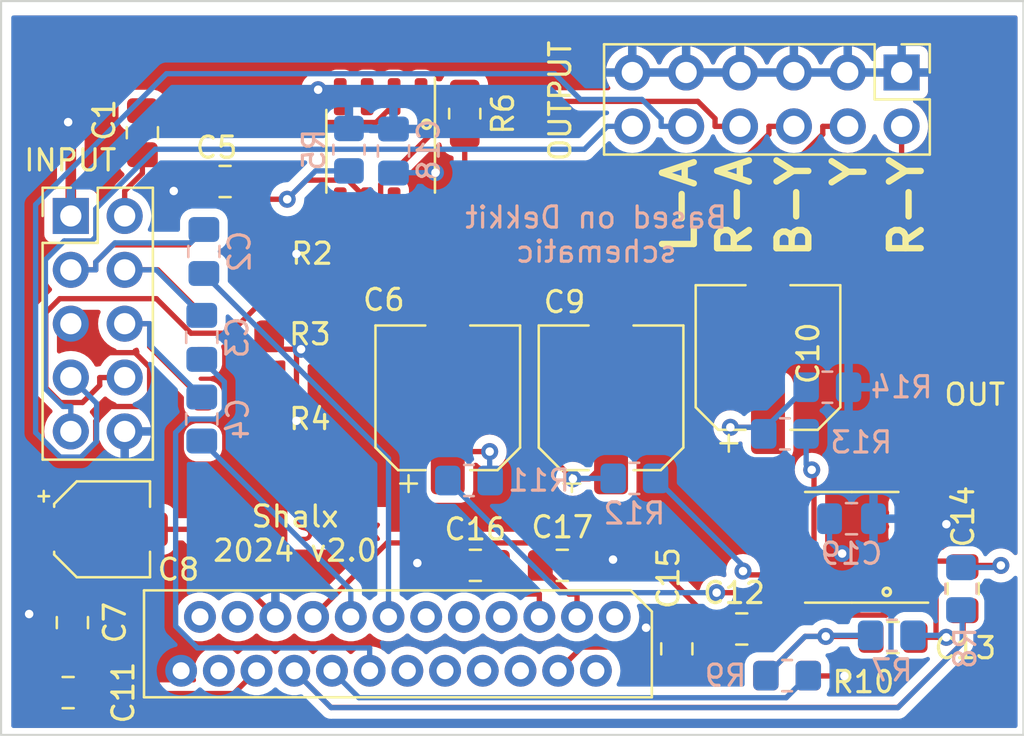
<source format=kicad_pcb>
(kicad_pcb (version 20221018) (generator pcbnew)
  (title_block (title "RGB to Component") (rev "1.0") (company "Shalx"))
  (layers (0 "F.Cu" signal) (31 "B.Cu" signal) (34 "B.Paste" user) (35 "F.Paste" user) (36 "B.SilkS" user "B.Silkscreen") (37 "F.SilkS" user "F.Silkscreen") (38 "B.Mask" user) (39 "F.Mask" user) (44 "Edge.Cuts" user))
  (net 0 "")
  (net 1 "/Sync")
  (net 2 "/R")
  (net 3 "/G")
  (net 4 "/B")
  (net 5 "GND")
  (net 6 "+5V")
  (net 7 "Net-(U1-VIDEO)")
  (net 8 "Net-(V1-R)")
  (net 9 "Net-(V1-G)")
  (net 10 "Net-(V1-B)")
  (net 11 "/Laudio")
  (net 12 "/Raudio")
  (net 13 "/Composite")
  (net 14 "/Y")
  (net 15 "/R-Y")
  (net 16 "/B-Y")
  (net 17 "Net-(U1-INT)")
  (net 18 "Net-(V1-VIDEO_IN)")
  (net 19 "Net-(D1-CH1_IN)")
  (net 20 "/B-Y Raw")
  (net 21 "/R-Y Raw")
  (net 22 "/B-Y Amp")
  (net 23 "/R-Y Amp")
  (net 24 "/Y Amp")
  (net 25 "Net-(C6-Pad1)")
  (net 26 "/Y+S")
  (net 27 "Net-(C10-Pad1)")
  (net 28 "/Y Raw")
  (net 29 "Net-(D1-CH2_IN)")
  (net 30 "Net-(D1-CH3_IN)")
  (net 31 "Net-(V1-B-Y_in)")
  (net 32 "Net-(V1-R-Y_in)")
  (net 33 "Net-(V1-Y_in)")
  (net 38 "Net-(U1-CSYNC)")
  (net 39 "Net-(V1-Y)")
  (footprint "Connector_PinHeader_2.54mm:PinHeader_2x06_P2.54mm_Vertical" (layer "F.Cu") (at 165 77.66 -90)
    (fp_text reference "J2" hide)
    (fp_text value "OUTPUT" hide)
    (pad "1" thru_hole rect (at 0 0 270) (size 1.7 1.7) (drill 1) (layers "*.Cu" "*.Mask") (net 5 "GND"))
    (pad "2" thru_hole oval (at 2.54 0 270) (size 1.7 1.7) (drill 1) (layers "*.Cu" "*.Mask") (net 15 "/R-Y"))
    (pad "3" thru_hole oval (at 0 2.54 270) (size 1.7 1.7) (drill 1) (layers "*.Cu" "*.Mask") (net 5 "GND"))
    (pad "4" thru_hole oval (at 2.54 2.54 270) (size 1.7 1.7) (drill 1) (layers "*.Cu" "*.Mask") (net 14 "/Y"))
    (pad "5" thru_hole oval (at 0 5.08 270) (size 1.7 1.7) (drill 1) (layers "*.Cu" "*.Mask") (net 5 "GND"))
    (pad "6" thru_hole oval (at 2.54 5.08 270) (size 1.7 1.7) (drill 1) (layers "*.Cu" "*.Mask") (net 16 "/B-Y"))
    (pad "7" thru_hole oval (at 0 7.62 270) (size 1.7 1.7) (drill 1) (layers "*.Cu" "*.Mask") (net 5 "GND"))
    (pad "8" thru_hole oval (at 2.54 7.62 270) (size 1.7 1.7) (drill 1) (layers "*.Cu" "*.Mask") (net 12 "/Raudio"))
    (pad "9" thru_hole oval (at 0 10.16 270) (size 1.7 1.7) (drill 1) (layers "*.Cu" "*.Mask") (net 5 "GND"))
    (pad "10" thru_hole oval (at 2.54 10.16 270) (size 1.7 1.7) (drill 1) (layers "*.Cu" "*.Mask") (net 11 "/Laudio"))
    (pad "11" thru_hole oval (at 0 12.7 270) (size 1.7 1.7) (drill 1) (layers "*.Cu" "*.Mask") (net 5 "GND"))
    (pad "12" thru_hole oval (at 2.54 12.7 270) (size 1.7 1.7) (drill 1) (layers "*.Cu" "*.Mask") (net 13 "/Composite"))
  )
  (footprint "Package_SO:SO-8_3.9x4.9mm_P1.27mm" (layer "F.Cu") (at 140.435 81.375 -90)
    (fp_text reference "U1" hide)
    (fp_text value "LM1881" hide)
    (pad "1" smd roundrect (at -2.575 -1.905 270) (size 1.75 0.6) (layers "F.Cu" "F.Paste" "F.Mask") (net 38 "Net-(U1-CSYNC)"))
    (pad "2" smd roundrect (at -2.575 -0.635 270) (size 1.75 0.6) (layers "F.Cu" "F.Paste" "F.Mask") (net 7 "Net-(U1-VIDEO)"))
    (pad "3" smd roundrect (at -2.575 0.635 270) (size 1.75 0.6) (layers "F.Cu" "F.Paste" "F.Mask"))
    (pad "4" smd roundrect (at -2.575 1.905 270) (size 1.75 0.6) (layers "F.Cu" "F.Paste" "F.Mask") (net 5 "GND"))
    (pad "5" smd roundrect (at 2.575 1.905 270) (size 1.75 0.6) (layers "F.Cu" "F.Paste" "F.Mask"))
    (pad "6" smd roundrect (at 2.575 0.635 270) (size 1.75 0.6) (layers "F.Cu" "F.Paste" "F.Mask") (net 17 "Net-(U1-INT)"))
    (pad "7" smd roundrect (at 2.575 -0.635 270) (size 1.75 0.6) (layers "F.Cu" "F.Paste" "F.Mask"))
    (pad "8" smd roundrect (at 2.575 -1.905 270) (size 1.75 0.6) (layers "F.Cu" "F.Paste" "F.Mask") (net 6 "+5V"))
  )
  (footprint "Library:EVM3ESX50B" (layer "F.Cu") (at 133.56 90.1)
    (fp_text reference "R3" hide)
    (fp_text value "100" hide)
    (fp_text user "${REFERENCE}" (at 3.54 -0.1 unlocked) (layer "F.SilkS"))
    (pad "1" smd roundrect (at -1.5 -1) (size 1 1) (layers "F.Cu" "F.Paste" "F.Mask") (net 3 "/G"))
    (pad "2" smd roundrect (at 1.62 0) (size 1.4 1.5) (layers "F.Cu" "F.Paste" "F.Mask") (net 5 "GND"))
    (pad "3" smd roundrect (at -1.5 1) (size 1 1) (layers "F.Cu" "F.Paste" "F.Mask"))
  )
  (footprint "Library:EVM3ESX50B" (layer "F.Cu") (at 133.56 94.1)
    (fp_text reference "R4" hide)
    (fp_text value "100" hide)
    (fp_text user "${REFERENCE}" (at 3.54 -0.1 unlocked) (layer "F.SilkS"))
    (pad "1" smd roundrect (at -1.5 -1) (size 1 1) (layers "F.Cu" "F.Paste" "F.Mask") (net 4 "/B"))
    (pad "2" smd roundrect (at 1.62 0) (size 1.4 1.5) (layers "F.Cu" "F.Paste" "F.Mask") (net 5 "GND"))
    (pad "3" smd roundrect (at -1.5 1) (size 1 1) (layers "F.Cu" "F.Paste" "F.Mask"))
  )
  (footprint "Capacitor_SMD:CP_Elec_4x5.4" (layer "F.Cu") (at 127.3 99.2)
    (fp_text reference "C8" (at 3.6 1.9) (layer "F.SilkS"))
    (fp_text value "10u" hide)
    (pad "1" smd roundrect (at -1.8 0) (size 2.6 1.6) (layers "F.Cu" "F.Paste" "F.Mask") (roundrect_rratio 0.15625) (net 6 "+5V"))
    (pad "2" smd roundrect (at 1.8 0) (size 2.6 1.6) (layers "F.Cu" "F.Paste" "F.Mask") (roundrect_rratio 0.15625) (net 5 "GND"))
  )
  (footprint "Resistor_SMD:R_0805_2012Metric_Pad1.20x1.40mm_HandSolder" (layer "F.Cu") (at 144.4 79.6 -90)
    (fp_text reference "R6" (at 0 -1.8 90) (layer "F.SilkS"))
    (fp_text value "330" hide)
    (pad "1" smd roundrect (at -1 0 270) (size 1.2 1.4) (layers "F.Cu" "F.Paste" "F.Mask") (roundrect_rratio 0.208333) (net 38 "Net-(U1-CSYNC)"))
    (pad "2" smd roundrect (at 1 0 270) (size 1.2 1.4) (layers "F.Cu" "F.Paste" "F.Mask") (roundrect_rratio 0.208333) (net 26 "/Y+S"))
  )
  (footprint "Resistor_SMD:R_0805_2012Metric_Pad1.20x1.40mm_HandSolder" (layer "F.Cu") (at 159.6 106.1)
    (fp_text reference "R10" (at 3.6 0.3) (layer "F.SilkS"))
    (fp_text value "1K" hide)
    (pad "1" smd roundrect (at -1 0) (size 1.2 1.4) (layers "F.Cu" "F.Paste" "F.Mask") (roundrect_rratio 0.208333) (net 28 "/Y Raw"))
    (pad "2" smd roundrect (at 1 0) (size 1.2 1.4) (layers "F.Cu" "F.Paste" "F.Mask") (roundrect_rratio 0.208333) (net 5 "GND"))
  )
  (footprint "Library:EVM3ESX50B" (layer "F.Cu") (at 133.56 86.1)
    (fp_text reference "R2" hide)
    (fp_text value "100" hide)
    (fp_text user "${REFERENCE}" (at 3.64 0.1 unlocked) (layer "F.SilkS"))
    (pad "1" smd roundrect (at -1.5 -1) (size 1 1) (layers "F.Cu" "F.Paste" "F.Mask") (net 2 "/R"))
    (pad "2" smd roundrect (at 1.62 0) (size 1.4 1.5) (layers "F.Cu" "F.Paste" "F.Mask") (net 5 "GND"))
    (pad "3" smd roundrect (at -1.5 1) (size 1 1) (layers "F.Cu" "F.Paste" "F.Mask"))
  )
  (footprint "Library:ZIP-24" (layer "F.Cu") (at 141.25 104.6 180)
    (fp_text reference "V1" hide)
    (fp_text value "BA7230LS-WinchesterSymbols" hide)
    (pad "1" thru_hole oval (at -10.2235 1.27 180) (size 1.5 1.5) (drill 0.8) (layers "*.Cu" "*.Mask"))
    (pad "2" thru_hole oval (at -9.3345 -1.27 180) (size 1.5 1.5) (drill 0.8) (layers "*.Cu" "*.Mask"))
    (pad "3" thru_hole oval (at -8.4455 1.27 180) (size 1.5 1.5) (drill 0.8) (layers "*.Cu" "*.Mask") (net 33 "Net-(V1-Y_in)"))
    (pad "4" thru_hole oval (at -7.5565 -1.27 180) (size 1.5 1.5) (drill 0.8) (layers "*.Cu" "*.Mask") (net 31 "Net-(V1-B-Y_in)"))
    (pad "5" thru_hole oval (at -6.6675 1.27 180) (size 1.5 1.5) (drill 0.8) (layers "*.Cu" "*.Mask") (net 32 "Net-(V1-R-Y_in)"))
    (pad "6" thru_hole oval (at -5.7785 -1.27 180) (size 1.5 1.5) (drill 0.8) (layers "*.Cu" "*.Mask"))
    (pad "7" thru_hole oval (at -4.8895 1.27 180) (size 1.5 1.5) (drill 0.8) (layers "*.Cu" "*.Mask"))
    (pad "8" thru_hole oval (at -4.0005 -1.27 180) (size 1.5 1.5) (drill 0.8) (layers "*.Cu" "*.Mask"))
    (pad "9" thru_hole oval (at -3.1115 1.27 180) (size 1.5 1.5) (drill 0.8) (layers "*.Cu" "*.Mask"))
    (pad "10" thru_hole oval (at -2.2225 -1.27 180) (size 1.5 1.5) (drill 0.8) (layers "*.Cu" "*.Mask"))
    (pad "11" thru_hole oval (at -1.3335 1.27 180) (size 1.5 1.5) (drill 0.8) (layers "*.Cu" "*.Mask"))
    (pad "12" thru_hole oval (at -0.4445 -1.27 180) (size 1.5 1.5) (drill 0.8) (layers "*.Cu" "*.Mask"))
    (pad "13" thru_hole oval (at 0.4445 1.27 180) (size 1.5 1.5) (drill 0.8) (layers "*.Cu" "*.Mask") (net 8 "Net-(V1-R)"))
    (pad "14" thru_hole oval (at 1.3335 -1.27 180) (size 1.5 1.5) (drill 0.8) (layers "*.Cu" "*.Mask") (net 9 "Net-(V1-G)"))
    (pad "15" thru_hole oval (at 2.2225 1.27 180) (size 1.5 1.5) (drill 0.8) (layers "*.Cu" "*.Mask") (net 10 "Net-(V1-B)"))
    (pad "16" thru_hole oval (at 3.1115 -1.27 180) (size 1.5 1.5) (drill 0.8) (layers "*.Cu" "*.Mask") (net 39 "Net-(V1-Y)"))
    (pad "17" thru_hole oval (at 4.0005 1.27 180) (size 1.5 1.5) (drill 0.8) (layers "*.Cu" "*.Mask") (net 20 "/B-Y Raw"))
    (pad "18" thru_hole oval (at 4.8895 -1.27 180) (size 1.5 1.5) (drill 0.8) (layers "*.Cu" "*.Mask") (net 21 "/R-Y Raw"))
    (pad "19" thru_hole oval (at 5.7785 1.27 180) (size 1.5 1.5) (drill 0.8) (layers "*.Cu" "*.Mask") (net 5 "GND"))
    (pad "20" thru_hole oval (at 6.6675 -1.27 180) (size 1.5 1.5) (drill 0.8) (layers "*.Cu" "*.Mask") (net 18 "Net-(V1-VIDEO_IN)"))
    (pad "21" thru_hole oval (at 7.5565 1.27 180) (size 1.5 1.5) (drill 0.8) (layers "*.Cu" "*.Mask"))
    (pad "22" thru_hole oval (at 8.4455 -1.27 180) (size 1.5 1.5) (drill 0.8) (layers "*.Cu" "*.Mask"))
    (pad "23" thru_hole oval (at 9.3345 1.27 180) (size 1.5 1.5) (drill 0.8) (layers "*.Cu" "*.Mask"))
    (pad "24" thru_hole oval (at 10.2235 -1.27 180) (size 1.5 1.5) (drill 0.8) (layers "*.Cu" "*.Mask") (net 6 "+5V"))
  )
  (footprint "Capacitor_SMD:C_0805_2012Metric_Pad1.18x1.45mm_HandSolder" (layer "F.Cu") (at 129.2 80.5 90)
    (fp_text reference "C1" (at 0.6 -1.8 90) (layer "F.SilkS"))
    (fp_text value ".1u" hide)
    (pad "1" smd roundrect (at -1.0375 0 90) (size 1.175 1.45) (layers "F.Cu" "F.Paste" "F.Mask") (roundrect_rratio 0.212766) (net 1 "/Sync"))
    (pad "2" smd roundrect (at 1.0375 0 90) (size 1.175 1.45) (layers "F.Cu" "F.Paste" "F.Mask") (roundrect_rratio 0.212766) (net 7 "Net-(U1-VIDEO)"))
  )
  (footprint "Capacitor_SMD:C_0805_2012Metric_Pad1.18x1.45mm_HandSolder" (layer "F.Cu") (at 149 100.9)
    (fp_text reference "C17" (at 0 -1.8) (layer "F.SilkS"))
    (fp_text value "1u")
    (pad "1" smd roundrect (at -1.0375 0) (size 1.175 1.45) (layers "F.Cu" "F.Paste" "F.Mask") (roundrect_rratio 0.212766) (net 33 "Net-(V1-Y_in)"))
    (pad "2" smd roundrect (at 1.0375 0) (size 1.175 1.45) (layers "F.Cu" "F.Paste" "F.Mask") (roundrect_rratio 0.212766) (net 5 "GND"))
  )
  (footprint "Capacitor_SMD:C_0805_2012Metric_Pad1.18x1.45mm_HandSolder" (layer "F.Cu") (at 125.9 103.6 90)
    (fp_text reference "C7" (at 0 2 90) (layer "F.SilkS"))
    (fp_text value ".047u" hide)
    (pad "1" smd roundrect (at -1.0375 0 90) (size 1.175 1.45) (layers "F.Cu" "F.Paste" "F.Mask") (roundrect_rratio 0.212766) (net 6 "+5V"))
    (pad "2" smd roundrect (at 1.0375 0 90) (size 1.175 1.45) (layers "F.Cu" "F.Paste" "F.Mask") (roundrect_rratio 0.212766) (net 5 "GND"))
  )
  (footprint "Capacitor_SMD:CP_Elec_6.3x5.4" (layer "F.Cu") (at 158.7 91.1 90)
    (fp_text reference "C10" (at 0.2 1.9 90) (layer "F.SilkS"))
    (fp_text value "220u")
    (pad "1" smd roundrect (at -2.8 0 90) (size 3.5 1.6) (layers "F.Cu" "F.Paste" "F.Mask") (roundrect_rratio 0.15625) (net 27 "Net-(C10-Pad1)"))
    (pad "2" smd roundrect (at 2.8 0 90) (size 3.5 1.6) (layers "F.Cu" "F.Paste" "F.Mask") (roundrect_rratio 0.15625) (net 15 "/R-Y"))
  )
  (footprint "Package_SO:TSSOP-14_4.4x5mm_P0.65mm" (layer "F.Cu") (at 162.65 100.05 180)
    (fp_text reference "D1" hide)
    (fp_text value "THS7374")
    (pad "1" smd roundrect (at -2.8625 -1.95 180) (size 1.475 0.4) (layers "F.Cu" "F.Paste" "F.Mask") (net 19 "Net-(D1-CH1_IN)"))
    (pad "2" smd roundrect (at -2.8625 -1.3 180) (size 1.475 0.4) (layers "F.Cu" "F.Paste" "F.Mask") (net 29 "Net-(D1-CH2_IN)"))
    (pad "3" smd roundrect (at -2.8625 -0.65 180) (size 1.475 0.4) (layers "F.Cu" "F.Paste" "F.Mask") (net 30 "Net-(D1-CH3_IN)"))
    (pad "4" smd roundrect (at -2.8625 0 180) (size 1.475 0.4) (layers "F.Cu" "F.Paste" "F.Mask"))
    (pad "5" smd roundrect (at -2.8625 0.65 180) (size 1.475 0.4) (layers "F.Cu" "F.Paste" "F.Mask") (net 5 "GND"))
    (pad "6" smd roundrect (at -2.8625 1.3 180) (size 1.475 0.4) (layers "F.Cu" "F.Paste" "F.Mask") (net 5 "GND"))
    (pad "7" smd roundrect (at -2.8625 1.95 180) (size 1.475 0.4) (layers "F.Cu" "F.Paste" "F.Mask"))
    (pad "8" smd roundrect (at 2.8625 1.95 180) (size 1.475 0.4) (layers "F.Cu" "F.Paste" "F.Mask"))
    (pad "9" smd roundrect (at 2.8625 1.3 180) (size 1.475 0.4) (layers "F.Cu" "F.Paste" "F.Mask") (net 6 "+5V"))
    (pad "10" smd roundrect (at 2.8625 0.65 180) (size 1.475 0.4) (layers "F.Cu" "F.Paste" "F.Mask") (net 6 "+5V"))
    (pad "11" smd roundrect (at 2.8625 0 180) (size 1.475 0.4) (layers "F.Cu" "F.Paste" "F.Mask"))
    (pad "12" smd roundrect (at 2.8625 -0.65 180) (size 1.475 0.4) (layers "F.Cu" "F.Paste" "F.Mask") (net 23 "/R-Y Amp"))
    (pad "13" smd roundrect (at 2.8625 -1.3 180) (size 1.475 0.4) (layers "F.Cu" "F.Paste" "F.Mask") (net 24 "/Y Amp"))
    (pad "14" smd roundrect (at 2.8625 -1.95 180) (size 1.475 0.4) (layers "F.Cu" "F.Paste" "F.Mask") (net 22 "/B-Y Amp"))
  )
  (footprint "Capacitor_SMD:C_0805_2012Metric_Pad1.18x1.45mm_HandSolder" (layer "F.Cu") (at 157.4625 103.9)
    (fp_text reference "C12" (at -0.3625 -1.7) (layer "F.SilkS"))
    (fp_text value "1u" hide)
    (pad "1" smd roundrect (at -1.0375 0) (size 1.175 1.45) (layers "F.Cu" "F.Paste" "F.Mask") (roundrect_rratio 0.212766) (net 20 "/B-Y Raw"))
    (pad "2" smd roundrect (at 1.0375 0) (size 1.175 1.45) (layers "F.Cu" "F.Paste" "F.Mask") (roundrect_rratio 0.212766) (net 19 "Net-(D1-CH1_IN)"))
  )
  (footprint "Capacitor_SMD:C_0805_2012Metric_Pad1.18x1.45mm_HandSolder" (layer "F.Cu") (at 154.4 104.8375 90)
    (fp_text reference "C15" (at 3.3375 -0.4 270) (layer "F.SilkS"))
    (fp_text value "1u" hide)
    (pad "1" smd roundrect (at -1.0375 0 90) (size 1.175 1.45) (layers "F.Cu" "F.Paste" "F.Mask") (roundrect_rratio 0.212766) (net 31 "Net-(V1-B-Y_in)"))
    (pad "2" smd roundrect (at 1.0375 0 90) (size 1.175 1.45) (layers "F.Cu" "F.Paste" "F.Mask") (roundrect_rratio 0.212766) (net 5 "GND"))
  )
  (footprint "Capacitor_SMD:C_0805_2012Metric_Pad1.18x1.45mm_HandSolder" (layer "F.Cu") (at 133.1 82.8 180)
    (fp_text reference "C5" (at 0.4 1.6) (layer "F.SilkS"))
    (fp_text value ".1u" hide)
    (pad "1" smd roundrect (at -1.0375 0 180) (size 1.175 1.45) (layers "F.Cu" "F.Paste" "F.Mask") (roundrect_rratio 0.212766) (net 17 "Net-(U1-INT)"))
    (pad "2" smd roundrect (at 1.0375 0 180) (size 1.175 1.45) (layers "F.Cu" "F.Paste" "F.Mask") (roundrect_rratio 0.212766) (net 5 "GND"))
  )
  (footprint "Connector_PinHeader_2.54mm:PinHeader_2x05_P2.54mm_Vertical" (layer "F.Cu") (at 125.825 84.425)
    (fp_text reference "J1" hide)
    (fp_text value "INPUT" (at -0.025 -2.625 180) (layer "F.SilkS"))
    (pad "1" thru_hole rect (at 0 0) (size 1.7 1.7) (drill 1) (layers "*.Cu" "*.Mask") (net 5 "GND"))
    (pad "2" thru_hole oval (at 2.54 0) (size 1.7 1.7) (drill 1) (layers "*.Cu" "*.Mask") (net 1 "/Sync"))
    (pad "3" thru_hole oval (at 0 2.54) (size 1.7 1.7) (drill 1) (layers "*.Cu" "*.Mask") (net 2 "/R"))
    (pad "4" thru_hole oval (at 2.54 2.54) (size 1.7 1.7) (drill 1) (layers "*.Cu" "*.Mask") (net 3 "/G"))
    (pad "5" thru_hole oval (at 0 5.08) (size 1.7 1.7) (drill 1) (layers "*.Cu" "*.Mask") (net 6 "+5V"))
    (pad "6" thru_hole oval (at 2.54 5.08) (size 1.7 1.7) (drill 1) (layers "*.Cu" "*.Mask") (net 4 "/B"))
    (pad "7" thru_hole oval (at 0 7.62) (size 1.7 1.7) (drill 1) (layers "*.Cu" "*.Mask") (net 11 "/Laudio"))
    (pad "8" thru_hole oval (at 2.54 7.62) (size 1.7 1.7) (drill 1) (layers "*.Cu" "*.Mask") (net 12 "/Raudio"))
    (pad "9" thru_hole oval (at 0 10.16) (size 1.7 1.7) (drill 1) (layers "*.Cu" "*.Mask") (net 13 "/Composite"))
    (pad "10" thru_hole oval (at 2.54 10.16) (size 1.7 1.7) (drill 1) (layers "*.Cu" "*.Mask") (net 5 "GND"))
  )
  (footprint "Capacitor_SMD:CP_Elec_6.3x5.4" (layer "F.Cu") (at 151.3 93 90)
    (fp_text reference "C9" (at 4.5165 -2.195 180) (layer "F.SilkS"))
    (fp_text value "220u" hide)
    (pad "1" smd roundrect (at -2.8 0 90) (size 3.5 1.6) (layers "F.Cu" "F.Paste" "F.Mask") (roundrect_rratio 0.15625) (net 26 "/Y+S"))
    (pad "2" smd roundrect (at 2.8 0 90) (size 3.5 1.6) (layers "F.Cu" "F.Paste" "F.Mask") (roundrect_rratio 0.15625) (net 14 "/Y"))
  )
  (footprint "Capacitor_SMD:CP_Elec_6.3x5.4" (layer "F.Cu") (at 143.6 93 90)
    (fp_text reference "C6" (at 4.6165 -3.015 180) (layer "F.SilkS"))
    (fp_text value "220u" hide)
    (pad "1" smd roundrect (at -2.8 0 90) (size 3.5 1.6) (layers "F.Cu" "F.Paste" "F.Mask") (roundrect_rratio 0.15625) (net 25 "Net-(C6-Pad1)"))
    (pad "2" smd roundrect (at 2.8 0 90) (size 3.5 1.6) (layers "F.Cu" "F.Paste" "F.Mask") (roundrect_rratio 0.15625) (net 16 "/B-Y"))
  )
  (footprint "Capacitor_SMD:C_0805_2012Metric_Pad1.18x1.45mm_HandSolder" (layer "F.Cu") (at 167.9 102 90)
    (fp_text reference "C14" (at 3.4 0 90) (layer "F.SilkS"))
    (fp_text value "1u" hide)
    (pad "1" smd roundrect (at -1.0375 0 90) (size 1.175 1.45) (layers "F.Cu" "F.Paste" "F.Mask") (roundrect_rratio 0.212766) (net 21 "/R-Y Raw"))
    (pad "2" smd roundrect (at 1.0375 0 90) (size 1.175 1.45) (layers "F.Cu" "F.Paste" "F.Mask") (roundrect_rratio 0.212766) (net 30 "Net-(D1-CH3_IN)"))
  )
  (footprint "Capacitor_SMD:C_0805_2012Metric_Pad1.18x1.45mm_HandSolder" (layer "F.Cu") (at 164.6 104.3)
    (fp_text reference "C13" (at 3.4 0.5) (layer "F.SilkS"))
    (fp_text value "1u" hide)
    (pad "1" smd roundrect (at -1.0375 0) (size 1.175 1.45) (layers "F.Cu" "F.Paste" "F.Mask") (roundrect_rratio 0.212766) (net 28 "/Y Raw"))
    (pad "2" smd roundrect (at 1.0375 0) (size 1.175 1.45) (layers "F.Cu" "F.Paste" "F.Mask") (roundrect_rratio 0.212766) (net 29 "Net-(D1-CH2_IN)"))
  )
  (footprint "Capacitor_SMD:C_0805_2012Metric_Pad1.18x1.45mm_HandSolder" (layer "F.Cu") (at 125.7 106.9 180)
    (fp_text reference "C11" (at -2.6 0 90) (layer "F.SilkS"))
    (fp_text value "1u" hide)
    (pad "1" smd roundrect (at -1.0375 0 180) (size 1.175 1.45) (layers "F.Cu" "F.Paste" "F.Mask") (roundrect_rratio 0.212766) (net 18 "Net-(V1-VIDEO_IN)"))
    (pad "2" smd roundrect (at 1.0375 0 180) (size 1.175 1.45) (layers "F.Cu" "F.Paste" "F.Mask") (roundrect_rratio 0.212766) (net 5 "GND"))
  )
  (footprint "Capacitor_SMD:C_0805_2012Metric_Pad1.18x1.45mm_HandSolder" (layer "F.Cu") (at 144.9 100.9 180)
    (fp_text reference "C16" (at 0 1.7) (layer "F.SilkS"))
    (fp_text value "1u" hide)
    (pad "1" smd roundrect (at -1.0375 0 180) (size 1.175 1.45) (layers "F.Cu" "F.Paste" "F.Mask") (roundrect_rratio 0.212766) (net 32 "Net-(V1-R-Y_in)"))
    (pad "2" smd roundrect (at 1.0375 0 180) (size 1.175 1.45) (layers "F.Cu" "F.Paste" "F.Mask") (roundrect_rratio 0.212766) (net 5 "GND"))
  )
  (footprint "Capacitor_SMD:C_0805_2012Metric_Pad1.18x1.45mm_HandSolder" (layer "B.Cu") (at 141.04 81.3625 -90)
    (fp_text reference "C18" (at -0.062502 -1.66 90) (layer "B.SilkS") (effects (justify mirror)))
    (fp_text value ".1u" hide)
    (pad "1" smd roundrect (at -1.0375 0 270) (size 1.175 1.45) (layers "B.Cu" "B.Paste" "B.Mask") (roundrect_rratio 0.212766) (net 5 "GND"))
    (pad "2" smd roundrect (at 1.0375 0 270) (size 1.175 1.45) (layers "B.Cu" "B.Paste" "B.Mask") (roundrect_rratio 0.212766) (net 6 "+5V"))
  )
  (footprint "Resistor_SMD:R_0805_2012Metric_Pad1.20x1.40mm_HandSolder" (layer "B.Cu") (at 159.5 94.7 180)
    (fp_text reference "R13" (at -3.6 -0.4) (layer "B.SilkS") (effects (justify mirror)))
    (fp_text value "75" hide)
    (pad "1" smd roundrect (at -1 0 180) (size 1.2 1.4) (layers "B.Cu" "B.Paste" "B.Mask") (roundrect_rratio 0.208333) (net 23 "/R-Y Amp"))
    (pad "2" smd roundrect (at 1 0 180) (size 1.2 1.4) (layers "B.Cu" "B.Paste" "B.Mask") (roundrect_rratio 0.208333) (net 27 "Net-(C10-Pad1)"))
  )
  (footprint "Resistor_SMD:R_0805_2012Metric_Pad1.20x1.40mm_HandSolder" (layer "B.Cu") (at 164.5375 104.2)
    (fp_text reference "R7" (at 0 1.65) (layer "B.SilkS") (effects (justify mirror)))
    (fp_text value "2M2" hide)
    (pad "1" smd roundrect (at -1 0) (size 1.2 1.4) (layers "B.Cu" "B.Paste" "B.Mask") (roundrect_rratio 0.208333) (net 28 "/Y Raw"))
    (pad "2" smd roundrect (at 1 0) (size 1.2 1.4) (layers "B.Cu" "B.Paste" "B.Mask") (roundrect_rratio 0.208333) (net 29 "Net-(D1-CH2_IN)"))
  )
  (footprint "Capacitor_SMD:C_0805_2012Metric_Pad1.18x1.45mm_HandSolder" (layer "B.Cu") (at 132 90.15 90)
    (fp_text reference "C3" (at 0 1.68 90) (layer "B.SilkS") (effects (justify mirror)))
    (fp_text value ".1u" hide)
    (pad "1" smd roundrect (at -1.0375 0 90) (size 1.175 1.45) (layers "B.Cu" "B.Paste" "B.Mask") (roundrect_rratio 0.212766) (net 9 "Net-(V1-G)"))
    (pad "2" smd roundrect (at 1.0375 0 90) (size 1.175 1.45) (layers "B.Cu" "B.Paste" "B.Mask") (roundrect_rratio 0.212766) (net 3 "/G"))
  )
  (footprint "Capacitor_SMD:C_0805_2012Metric_Pad1.18x1.45mm_HandSolder" (layer "B.Cu") (at 162.6375 98.7 180)
    (fp_text reference "C19" (at 0 -1.65) (layer "B.SilkS") (effects (justify mirror)))
    (fp_text value ".1u")
    (pad "1" smd roundrect (at -1.0375 0 180) (size 1.175 1.45) (layers "B.Cu" "B.Paste" "B.Mask") (roundrect_rratio 0.212766) (net 5 "GND"))
    (pad "2" smd roundrect (at 1.0375 0 180) (size 1.175 1.45) (layers "B.Cu" "B.Paste" "B.Mask") (roundrect_rratio 0.212766) (net 6 "+5V"))
  )
  (footprint "Resistor_SMD:R_0805_2012Metric_Pad1.20x1.40mm_HandSolder" (layer "B.Cu") (at 159.6 106.1 180)
    (fp_text reference "R9" (at 2.9 0) (layer "B.SilkS") (effects (justify mirror)))
    (fp_text value "1K" hide)
    (pad "1" smd roundrect (at -1 0 180) (size 1.2 1.4) (layers "B.Cu" "B.Paste" "B.Mask") (roundrect_rratio 0.208333) (net 39 "Net-(V1-Y)"))
    (pad "2" smd roundrect (at 1 0 180) (size 1.2 1.4) (layers "B.Cu" "B.Paste" "B.Mask") (roundrect_rratio 0.208333) (net 28 "/Y Raw"))
  )
  (footprint "Capacitor_SMD:C_0805_2012Metric_Pad1.18x1.45mm_HandSolder" (layer "B.Cu") (at 132 94 90)
    (fp_text reference "C4" (at 0 1.7 90) (layer "B.SilkS") (effects (justify mirror)))
    (fp_text value ".1u" hide)
    (pad "1" smd roundrect (at -1.0375 0 90) (size 1.175 1.45) (layers "B.Cu" "B.Paste" "B.Mask") (roundrect_rratio 0.212766) (net 10 "Net-(V1-B)"))
    (pad "2" smd roundrect (at 1.0375 0 90) (size 1.175 1.45) (layers "B.Cu" "B.Paste" "B.Mask") (roundrect_rratio 0.212766) (net 4 "/B"))
  )
  (footprint "Resistor_SMD:R_0805_2012Metric_Pad1.20x1.40mm_HandSolder" (layer "B.Cu") (at 144.6 96.9)
    (fp_text reference "R11" (at 3.3 0) (layer "B.SilkS") (effects (justify mirror)))
    (fp_text value "75" hide)
    (pad "1" smd roundrect (at -1 0) (size 1.2 1.4) (layers "B.Cu" "B.Paste" "B.Mask") (roundrect_rratio 0.208333) (net 22 "/B-Y Amp"))
    (pad "2" smd roundrect (at 1 0) (size 1.2 1.4) (layers "B.Cu" "B.Paste" "B.Mask") (roundrect_rratio 0.208333) (net 25 "Net-(C6-Pad1)"))
  )
  (footprint "Resistor_SMD:R_0805_2012Metric_Pad1.20x1.40mm_HandSolder" (layer "B.Cu") (at 152.4 96.8)
    (fp_text reference "R12" (at 0 1.65) (layer "B.SilkS") (effects (justify mirror)))
    (fp_text value "75")
    (pad "1" smd roundrect (at -1 0) (size 1.2 1.4) (layers "B.Cu" "B.Paste" "B.Mask") (roundrect_rratio 0.208333) (net 26 "/Y+S"))
    (pad "2" smd roundrect (at 1 0) (size 1.2 1.4) (layers "B.Cu" "B.Paste" "B.Mask") (roundrect_rratio 0.208333) (net 24 "/Y Amp"))
  )
  (footprint "Resistor_SMD:R_0805_2012Metric_Pad1.20x1.40mm_HandSolder" (layer "B.Cu") (at 138.94 81.3 -90)
    (fp_text reference "R5" (at 0 1.65 90) (layer "B.SilkS") (effects (justify mirror)))
    (fp_text value "680K" hide)
    (pad "1" smd roundrect (at -1 0 270) (size 1.2 1.4) (layers "B.Cu" "B.Paste" "B.Mask") (roundrect_rratio 0.208333) (net 5 "GND"))
    (pad "2" smd roundrect (at 1 0 270) (size 1.2 1.4) (layers "B.Cu" "B.Paste" "B.Mask") (roundrect_rratio 0.208333) (net 17 "Net-(U1-INT)"))
  )
  (footprint "Capacitor_SMD:C_0805_2012Metric_Pad1.18x1.45mm_HandSolder" (layer "B.Cu") (at 132.1 86.1 90)
    (fp_text reference "C2" (at 0 1.68 90) (layer "B.SilkS") (effects (justify mirror)))
    (fp_text value ".1u" hide)
    (pad "1" smd roundrect (at -1.0375 0 90) (size 1.175 1.45) (layers "B.Cu" "B.Paste" "B.Mask") (roundrect_rratio 0.212766) (net 8 "Net-(V1-R)"))
    (pad "2" smd roundrect (at 1.0375 0 90) (size 1.175 1.45) (layers "B.Cu" "B.Paste" "B.Mask") (roundrect_rratio 0.212766) (net 2 "/R"))
  )
  (footprint "Resistor_SMD:R_0805_2012Metric_Pad1.20x1.40mm_HandSolder" (layer "B.Cu") (at 161.5 92.5 180)
    (fp_text reference "R14" (at -3.5 0) (layer "B.SilkS") (effects (justify mirror)))
    (fp_text value "140" hide)
    (pad "1" smd roundrect (at -1 0 180) (size 1.2 1.4) (layers "B.Cu" "B.Paste" "B.Mask") (roundrect_rratio 0.208333) (net 5 "GND"))
    (pad "2" smd roundrect (at 1 0 180) (size 1.2 1.4) (layers "B.Cu" "B.Paste" "B.Mask") (roundrect_rratio 0.208333) (net 27 "Net-(C10-Pad1)"))
  )
  (footprint "Resistor_SMD:R_0805_2012Metric_Pad1.20x1.40mm_HandSolder" (layer "B.Cu") (at 167.8 102 90)
    (fp_text reference "R8" (at -2.8 0.2 90) (layer "B.SilkS") (effects (justify mirror)))
    (fp_text value "2M2" hide)
    (pad "1" smd roundrect (at -1 0 90) (size 1.2 1.4) (layers "B.Cu" "B.Paste" "B.Mask") (roundrect_rratio 0.208333) (net 21 "/R-Y Raw"))
    (pad "2" smd roundrect (at 1 0 90) (size 1.2 1.4) (layers "B.Cu" "B.Paste" "B.Mask") (roundrect_rratio 0.208333) (net 30 "Net-(D1-CH3_IN)"))
  )
  (gr_circle (center 164.3 102.15) (end 164.427 102.023) (stroke (width 0.15)) (fill none) (layer "F.SilkS"))
  (gr_circle (center 142.6 80.100002) (end 142.727 80.254502) (stroke (width 0.15)) (fill none) (layer "F.SilkS"))
  (gr_rect (start 122.536 74.2915) (end 170.745 108.8965) (stroke (width 0.1)) (fill none) (layer "Edge.Cuts"))
  (gr_text "Shalx" (at 138.4 99.2) (layer "F.Cu") (effects (font (size 1 1) (thickness 0.2))))
  (gr_text "Based on Dekkit\nschematic" (at 150.6 85.3) (layer "B.SilkS") (effects (font (size 1 1)) (justify mirror)))
  (gr_text "B-Y" (at 160.8 86.5 90) (layer "F.SilkS") (effects (font (size 1.5 1.5) (thickness 0.3) bold) (justify left bottom)))
  (gr_text "L-A" (at 155.4 86.3 90) (layer "F.SilkS") (effects (font (size 1.5 1.5) (thickness 0.3) bold) (justify left bottom)))
  (gr_text "OUTPUT" (at 148.9 79 90) (layer "F.SilkS") (effects (font (size 1 1))))
  (gr_text "Y" (at 163.4 81.5 90) (layer "F.SilkS") (effects (font (size 1.5 1.5) (thickness 0.3) bold) (justify right bottom)))
  (gr_text "R-A" (at 158 86.5 90) (layer "F.SilkS") (effects (font (size 1.5 1.5) (thickness 0.3) bold) (justify left bottom)))
  (gr_text "OUT" (at 168.45 92.85) (layer "F.SilkS") (effects (font (size 1 1))))
  (gr_text "R-Y" (at 166.1 86.5 90) (layer "F.SilkS") (effects (font (size 1.5 1.5) (thickness 0.3) bold) (justify left bottom)))
  (gr_text "Shalx\n2024 v2.0" (at 136.4 99.4) (layer "F.SilkS") (effects (font (size 1 1))))
  (segment (start 128.365 83.2481) (end 129.2 82.4131) (width 0.25) (layer "F.Cu") (net 1))
  (segment (start 128.365 84.425) (end 128.365 83.2481) (width 0.25) (layer "F.Cu") (net 1))
  (segment (start 129.2 82.4131) (end 129.2 81.5375) (width 0.25) (layer "F.Cu") (net 1))
  (segment (start 125.825 86.965) (end 127.0019 86.965) (width 0.25) (layer "F.Cu") (net 2))
  (segment (start 127.0019 86.5971) (end 127.8109 85.7881) (width 0.25) (layer "F.Cu") (net 2))
  (segment (start 127.8109 85.7881) (end 131.3719 85.7881) (width 0.25) (layer "F.Cu") (net 2))
  (segment (start 127.0019 86.965) (end 127.0019 86.5971) (width 0.25) (layer "F.Cu") (net 2))
  (segment (start 131.3719 85.7881) (end 132.06 85.1) (width 0.25) (layer "F.Cu") (net 2))
  (segment (start 132.1 85.0625) (end 131.4675 85.695) (width 0.25) (layer "B.Cu") (net 2))
  (segment (start 131.4675 85.695) (end 127.9061 85.695) (width 0.25) (layer "B.Cu") (net 2))
  (segment (start 127.9061 85.695) (end 127.0019 86.5992) (width 0.25) (layer "B.Cu") (net 2))
  (segment (start 125.825 86.965) (end 127.0019 86.965) (width 0.25) (layer "B.Cu") (net 2))
  (segment (start 127.0019 86.5992) (end 127.0019 86.965) (width 0.25) (layer "B.Cu") (net 2))
  (segment (start 129.925 86.965) (end 132.06 89.1) (width 0.25) (layer "F.Cu") (net 3))
  (segment (start 128.365 86.965) (end 129.925 86.965) (width 0.25) (layer "F.Cu") (net 3))
  (segment (start 132 89.1125) (end 129.8525 86.965) (width 0.25) (layer "B.Cu") (net 3))
  (segment (start 129.8525 86.965) (end 128.365 86.965) (width 0.25) (layer "B.Cu") (net 3))
  (segment (start 128.365 89.505) (end 129.5419 89.505) (width 0.25) (layer "F.Cu") (net 4))
  (segment (start 129.5419 90.5819) (end 129.5419 89.505) (width 0.25) (layer "F.Cu") (net 4))
  (segment (start 132.06 93.1) (end 129.5419 90.5819) (width 0.25) (layer "F.Cu") (net 4))
  (segment (start 132 92.9625) (end 129.5419 90.5044) (width 0.25) (layer "B.Cu") (net 4))
  (segment (start 129.5419 90.5044) (end 129.5419 89.505) (width 0.25) (layer "B.Cu") (net 4))
  (segment (start 128.365 89.505) (end 129.5419 89.505) (width 0.25) (layer "B.Cu") (net 4))
  (segment (start 136.4663 94.083) (end 136.4663 90.9259) (width 0.25) (layer "F.Cu") (net 5))
  (segment (start 143.7539 100.7914) (end 143.8625 100.9) (width 0.25) (layer "F.Cu") (net 5))
  (segment (start 125.9 102.5625) (end 125.8998 102.5623) (width 0.25) (layer "F.Cu") (net 5))
  (segment (start 167.1103 98.959) (end 165.5125 98.959) (width 0.25) (layer "F.Cu") (net 5))
  (segment (start 124.0572 103.1952) (end 124.662 103.8) (width 0.25) (layer "F.Cu") (net 5))
  (segment (start 125.825 84.425) (end 125.825 80.125) (width 0.5) (layer "F.Cu") (net 5))
  (segment (start 128.365 98.465) (end 129.1 99.2) (width 0.25) (layer "F.Cu") (net 5))
  (segment (start 137.4881 78.4714) (end 138.2014 78.4714) (width 0.25) (layer "F.Cu") (net 5))
  (segment (start 129.1 99.2) (end 131.342 99.2) (width 0.25) (layer "F.Cu") (net 5))
  (segment (start 131.342 99.2) (end 135.472 103.33) (width 0.25) (layer "F.Cu") (net 5))
  (segment (start 135.5097 90.7097) (end 134.9 90.1) (width 0.25) (layer "F.Cu") (net 5))
  (segment (start 131.6149 83.2476) (end 132.0625 82.8) (width 0.25) (layer "F.Cu") (net 5))
  (segment (start 136.6825 90.7097) (end 135.5097 90.7097) (width 0.25) (layer "F.Cu") (net 5))
  (segment (start 124.662 106.113) (end 124.662 103.8) (width 0.25) (layer "F.Cu") (net 5))
  (segment (start 128.365 94.585) (end 128.365 98.465) (width 0.25) (layer "F.Cu") (net 5))
  (segment (start 150.3096 100.6279) (end 150.0375 100.9) (width 0.25) (layer "F.Cu") (net 5))
  (segment (start 138.2014 78.4714) (end 138.53 78.8) (width 0.25) (layer "F.Cu") (net 5))
  (segment (start 124.662 103.8) (end 125.8998 102.5622) (width 0.25) (layer "F.Cu") (net 5))
  (segment (start 125.8998 102.5622) (end 125.9 102.562) (width 0.25) (layer "F.Cu") (net 5))
  (segment (start 135.0142 86.2142) (end 136.4663 86.2142) (width 0.25) (layer "F.Cu") (net 5))
  (segment (start 136.4663 90.9259) (end 136.6825 90.7097) (width 0.25) (layer "F.Cu") (net 5))
  (segment (start 152.9502 103.8409) (end 154.3591 103.8409) (width 0.25) (layer "F.Cu") (net 5))
  (segment (start 160.6152 106.1152) (end 160.6 106.1) (width 0.25) (layer "F.Cu") (net 5))
  (segment (start 123.86 103.1952) (end 124.0572 103.1952) (width 0.25) (layer "F.Cu") (net 5))
  (segment (start 165.5125 99.4) (end 165.5125 98.959) (width 0.25) (layer "F.Cu") (net 5))
  (segment (start 124.6625 106.1135) (end 124.6625 106.9) (width 0.25) (layer "F.Cu") (net 5))
  (segment (start 130.6788 83.2476) (end 131.6149 83.2476) (width 0.25) (layer "F.Cu") (net 5))
  (segment (start 125.825 80.125) (end 125.7 80) (width 0.25) (layer "F.Cu") (net 5))
  (segment (start 154.3591 103.8409) (end 154.4 103.8) (width 0.25) (layer "F.Cu") (net 5))
  (segment (start 136.4663 94.083) (end 134.917 94.083) (width 0.25) (layer "F.Cu") (net 5))
  (segment (start 134.9 86.1) (end 135.0142 86.2142) (width 0.25) (layer "F.Cu") (net 5))
  (segment (start 124.662 106.113) (end 124.6625 106.1135) (width 0.25) (layer "F.Cu") (net 5))
  (segment (start 142.1645 100.7914) (end 143.7539 100.7914) (width 0.25) (layer "F.Cu") (net 5))
  (segment (start 125.8998 102.5623) (end 125.8998 102.5622) (width 0.25) (layer "F.Cu") (net 5))
  (segment (start 165.5125 98.959) (end 165.5125 98.75) (width 0.25) (layer "F.Cu") (net 5))
  (segment (start 124.662 106.9) (end 124.662 106.113) (width 0.25) (layer "F.Cu") (net 5))
  (segment (start 151.3924 100.6279) (end 150.3096 100.6279) (width 0.25) (layer "F.Cu") (net 5))
  (segment (start 134.917 94.083) (end 134.9 94.1) (width 0.25) (layer "F.Cu") (net 5))
  (segment (start 162.2994 106.1152) (end 160.6152 106.1152) (width 0.25) (layer "F.Cu") (net 5))
  (via (at 123.86 103.1952) (size 0.8) (drill 0.4) (layers "F.Cu" "B.Cu") (net 5))
  (via (at 167.1103 98.959) (size 0.8) (drill 0.4) (layers "F.Cu" "B.Cu") (net 5))
  (via (at 142.1645 100.7914) (size 0.8) (drill 0.4) (layers "F.Cu" "B.Cu") (net 5))
  (via (at 136.6825 90.7097) (size 0.8) (drill 0.4) (layers "F.Cu" "B.Cu") (net 5))
  (via (at 125.7 80) (size 0.8) (drill 0.4) (layers "F.Cu" "B.Cu") (net 5))
  (via (at 136.4663 86.2142) (size 0.8) (drill 0.4) (layers "F.Cu" "B.Cu") (net 5))
  (via (at 152.9502 103.8409) (size 0.8) (drill 0.4) (layers "F.Cu" "B.Cu") (net 5))
  (via (at 136.4663 94.083) (size 0.8) (drill 0.4) (layers "F.Cu" "B.Cu") (net 5))
  (via (at 130.6788 83.2476) (size 0.8) (drill 0.4) (layers "F.Cu" "B.Cu") (net 5))
  (via (at 162.2994 106.1152) (size 0.8) (drill 0.4) (layers "F.Cu" "B.Cu") (net 5))
  (via (at 137.4881 78.4714) (size 0.8) (drill 0.4) (layers "F.Cu" "B.Cu") (net 5))
  (via (at 151.3924 100.6279) (size 0.8) (drill 0.4) (layers "F.Cu" "B.Cu") (net 5))
  (segment (start 164.5 105.2) (end 164.5 103) (width 0.25) (layer "B.Cu") (net 5))
  (segment (start 164.5 103) (end 164.6 102.9) (width 0.25) (layer "B.Cu") (net 5))
  (segment (start 128.852 90.87) (end 129.54 91.5583) (width 0.25) (layer "F.Cu") (net 6))
  (segment (start 129.54 93.16) (end 129.29 93.41) (width 0.25) (layer "F.Cu") (net 6))
  (segment (start 125.825 89.505) (end 127.19 90.87) (width 0.25) (layer "F.Cu") (net 6))
  (segment (start 125.9 104.638) (end 129.794 104.638) (width 0.25) (layer "F.Cu") (net 6))
  (segment (start 129.29 93.41) (end 127.69 93.41) (width 0.25) (layer "F.Cu") (net 6))
  (segment (start 131.026 105.87) (end 131.026 104.726) (width 0.25) (layer "F.Cu") (net 6))
  (segment (start 127 97.7) (end 125.5 99.2) (width 0.25) (layer "F.Cu") (net 6))
  (segment (start 131.026 104.726) (end 125.5 99.2) (width 0.25) (layer "F.Cu") (net 6))
  (segment (start 127.69 93.41) (end 127 94.1) (width 0.25) (layer "F.Cu") (net 6))
  (segment (start 129.794 104.638) (end 131.026 105.87) (width 0.25) (layer "F.Cu") (net 6))
  (segment (start 129.54 91.5583) (end 129.54 93.16) (width 0.25) (layer "F.Cu") (net 6))
  (segment (start 127.19 90.87) (end 128.852 90.87) (width 0.25) (layer "F.Cu") (net 6))
  (segment (start 127 94.1) (end 127 97.7) (width 0.25) (layer "F.Cu") (net 6))
  (via (at 162.1962 100.3438) (size 0.8) (drill 0.4) (layers "F.Cu" "B.Cu") (net 6))
  (via (at 143.0205 82.3834) (size 0.8) (drill 0.4) (layers "F.Cu" "B.Cu") (net 6))
  (segment (start 141.0566 82.3834) (end 141.04 82.4) (width 0.25) (layer "B.Cu") (net 6))
  (segment (start 162.1962 100.3438) (end 161.6 99.7476) (width 0.25) (layer "B.Cu") (net 6))
  (segment (start 161.6 99.7476) (end 161.6 98.7) (width 0.25) (layer "B.Cu") (net 6))
  (segment (start 143.0205 82.3834) (end 141.0566 82.3834) (width 0.25) (layer "B.Cu") (net 6))
  (segment (start 140.2147 80.0175) (end 141.07 79.1622) (width 0.25) (layer "F.Cu") (net 7))
  (segment (start 129.2 79.4625) (end 129.755 80.0175) (width 0.25) (layer "F.Cu") (net 7))
  (segment (start 129.755 80.0175) (end 140.2147 80.0175) (width 0.25) (layer "F.Cu") (net 7))
  (segment (start 141.07 79.1622) (end 141.07 78.8) (width 0.25) (layer "F.Cu") (net 7))
  (segment (start 140.8055 95.8606) (end 140.8055 103.33) (width 0.25) (layer "B.Cu") (net 8))
  (segment (start 132.1 87.1375) (end 132.1 87.1551) (width 0.25) (layer "B.Cu") (net 8))
  (segment (start 132.1 87.1551) (end 140.8055 95.8606) (width 0.25) (layer "B.Cu") (net 8))
  (segment (start 130.7675 103.7681) (end 130.7675 94.6363) (width 0.25) (layer "B.Cu") (net 9))
  (segment (start 131.7925 104.7931) (end 130.7675 103.7681) (width 0.25) (layer "B.Cu") (net 9))
  (segment (start 139.9165 104.7931) (end 131.7925 104.7931) (width 0.25) (layer "B.Cu") (net 9))
  (segment (start 132.661 94) (end 133.0644 93.5966) (width 0.25) (layer "B.Cu") (net 9))
  (segment (start 131.4038 94) (end 132.661 94) (width 0.25) (layer "B.Cu") (net 9))
  (segment (start 133.0644 92.2519) (end 132 91.1875) (width 0.25) (layer "B.Cu") (net 9))
  (segment (start 130.7675 94.6363) (end 131.4038 94) (width 0.25) (layer "B.Cu") (net 9))
  (segment (start 133.0644 93.5966) (end 133.0644 92.2519) (width 0.25) (layer "B.Cu") (net 9))
  (segment (start 139.9165 105.87) (end 139.9165 104.7931) (width 0.25) (layer "B.Cu") (net 9))
  (segment (start 139.0275 102.065) (end 132 95.0375) (width 0.25) (layer "B.Cu") (net 10))
  (segment (start 139.0275 103.33) (end 139.0275 102.065) (width 0.25) (layer "B.Cu") (net 10))
  (segment (start 127.0401 93.2601) (end 127.0401 95.0605) (width 0.25) (layer "B.Cu") (net 11))
  (segment (start 126.3058 95.7948) (end 125.3227 95.7948) (width 0.25) (layer "B.Cu") (net 11))
  (segment (start 124.1656 83.889) (end 130.3375 77.7171) (width 0.25) (layer "B.Cu") (net 11))
  (segment (start 124.1656 94.6377) (end 124.1656 83.889) (width 0.25) (layer "B.Cu") (net 11))
  (segment (start 153.6631 79.8342) (end 153.6631 80.2) (width 0.25) (layer "B.Cu") (net 11))
  (segment (start 148.6389 77.7171) (end 149.8518 78.93) (width 0.25) (layer "B.Cu") (net 11))
  (segment (start 127.0401 95.0605) (end 126.3058 95.7948) (width 0.25) (layer "B.Cu") (net 11))
  (segment (start 152.7589 78.93) (end 153.6631 79.8342) (width 0.25) (layer "B.Cu") (net 11))
  (segment (start 149.8518 78.93) (end 152.7589 78.93) (width 0.25) (layer "B.Cu") (net 11))
  (segment (start 130.3375 77.7171) (end 148.6389 77.7171) (width 0.25) (layer "B.Cu") (net 11))
  (segment (start 154.84 80.2) (end 153.6631 80.2) (width 0.25) (layer "B.Cu") (net 11))
  (segment (start 125.3227 95.7948) (end 124.1656 94.6377) (width 0.25) (layer "B.Cu") (net 11))
  (segment (start 125.825 92.045) (end 127.0401 93.2601) (width 0.25) (layer "B.Cu") (net 11))
  (segment (start 136.8024 88.6017) (end 134.6909 88.6017) (width 0.25) (layer "F.Cu") (net 12))
  (segment (start 124.6447 88.9823) (end 124.6447 92.5291) (width 0.25) (layer "F.Cu") (net 12))
  (segment (start 156.2031 79.8322) (end 155.3937 79.0228) (width 0.25) (layer "F.Cu") (net 12))
  (segment (start 140.435 84.9691) (end 136.8024 88.6017) (width 0.25) (layer "F.Cu") (net 12))
  (segment (start 134.6909 88.6017) (end 133.3387 89.9539) (width 0.25) (layer "F.Cu") (net 12))
  (segment (start 147.6368 79.0228) (end 147.0597 79.5999) (width 0.25) (layer "F.Cu") (net 12))
  (segment (start 147.0597 79.5999) (end 143.7784 79.5999) (width 0.25) (layer "F.Cu") (net 12))
  (segment (start 156.2031 80.2) (end 156.2031 79.8322) (width 0.25) (layer "F.Cu") (net 12))
  (segment (start 157.38 80.2) (end 156.2031 80.2) (width 0.25) (layer "F.Cu") (net 12))
  (segment (start 133.3387 89.9539) (end 131.4893 89.9539) (width 0.25) (layer "F.Cu") (net 12))
  (segment (start 125.3375 93.2219) (end 126.377 93.2219) (width 0.25) (layer "F.Cu") (net 12))
  (segment (start 126.377 93.2219) (end 127.1881 92.4108) (width 0.25) (layer "F.Cu") (net 12))
  (segment (start 143.7784 79.5999) (end 140.435 82.9433) (width 0.25) (layer "F.Cu") (net 12))
  (segment (start 155.3937 79.0228) (end 147.6368 79.0228) (width 0.25) (layer "F.Cu") (net 12))
  (segment (start 127.1881 92.4108) (end 127.1881 92.045) (width 0.25) (layer "F.Cu") (net 12))
  (segment (start 128.365 92.045) (end 127.1881 92.045) (width 0.25) (layer "F.Cu") (net 12))
  (segment (start 124.6447 92.5291) (end 125.3375 93.2219) (width 0.25) (layer "F.Cu") (net 12))
  (segment (start 125.3021 88.3249) (end 124.6447 88.9823) (width 0.25) (layer "F.Cu") (net 12))
  (segment (start 129.8603 88.3249) (end 125.3021 88.3249) (width 0.25) (layer "F.Cu") (net 12))
  (segment (start 131.4893 89.9539) (end 129.8603 88.3249) (width 0.25) (layer "F.Cu") (net 12))
  (segment (start 140.435 82.9433) (end 140.435 84.9691) (width 0.25) (layer "F.Cu") (net 12))
  (segment (start 129.8087 81.2795) (end 150.0436 81.2795) (width 0.25) (layer "B.Cu") (net 13))
  (segment (start 124.6282 86.4881) (end 125.5144 85.6019) (width 0.25) (layer "B.Cu") (net 13))
  (segment (start 124.6282 92.5791) (end 124.6282 86.4881) (width 0.25) (layer "B.Cu") (net 13))
  (segment (start 125.5144 85.6019) (end 126.8104 85.6019) (width 0.25) (layer "B.Cu") (net 13))
  (segment (start 152.3 80.2) (end 151.1231 80.2) (width 0.25) (layer "B.Cu") (net 13))
  (segment (start 125.825 94.585) (end 125.825 93.4081) (width 0.25) (layer "B.Cu") (net 13))
  (segment (start 125.4572 93.4081) (end 124.6282 92.5791) (width 0.25) (layer "B.Cu") (net 13))
  (segment (start 150.0436 81.2795) (end 151.1231 80.2) (width 0.25) (layer "B.Cu") (net 13))
  (segment (start 125.825 93.4081) (end 125.4572 93.4081) (width 0.25) (layer "B.Cu") (net 13))
  (segment (start 127.0019 85.4104) (end 127.0019 84.0863) (width 0.25) (layer "B.Cu") (net 13))
  (segment (start 126.8104 85.6019) (end 127.0019 85.4104) (width 0.25) (layer "B.Cu") (net 13))
  (segment (start 127.0019 84.0863) (end 129.8087 81.2795) (width 0.25) (layer "B.Cu") (net 13))
  (segment (start 162.46 80.2) (end 161.2831 80.2) (width 0.25) (layer "F.Cu") (net 14))
  (segment (start 161.2831 80.57) (end 161.2831 80.2) (width 0.25) (layer "F.Cu") (net 14))
  (segment (start 151.3 90.2) (end 151.6531 90.2) (width 0.25) (layer "F.Cu") (net 14))
  (segment (start 151.6531 90.2) (end 161.2831 80.57) (width 0.25) (layer "F.Cu") (net 14))
  (segment (start 165 82) (end 165 80.2) (width 0.25) (layer "F.Cu") (net 15))
  (segment (start 158.7 88.3) (end 165 82) (width 0.25) (layer "F.Cu") (net 15))
  (segment (start 158.7431 80.5658) (end 158.7431 80.2) (width 0.25) (layer "F.Cu") (net 16))
  (segment (start 157.4098 81.8991) (end 158.7431 80.5658) (width 0.25) (layer "F.Cu") (net 16))
  (segment (start 143.6 90.2) (end 151.9009 81.8991) (width 0.25) (layer "F.Cu") (net 16))
  (segment (start 159.92 80.2) (end 158.7431 80.2) (width 0.25) (layer "F.Cu") (net 16))
  (segment (start 151.9009 81.8991) (end 157.4098 81.8991) (width 0.25) (layer "F.Cu") (net 16))
  (segment (start 136.0286 83.6371) (end 136.9301 82.7356) (width 0.25) (layer "F.Cu") (net 17))
  (segment (start 136.9301 82.7356) (end 138.8903 82.7356) (width 0.25) (layer "F.Cu") (net 17))
  (segment (start 134.9746 83.6371) (end 136.0286 83.6371) (width 0.25) (layer "F.Cu") (net 17))
  (segment (start 138.8903 82.7356) (end 139.8 83.6453) (width 0.25) (layer "F.Cu") (net 17))
  (segment (start 139.8 83.6453) (end 139.8 83.95) (width 0.25) (layer "F.Cu") (net 17))
  (segment (start 134.1375 82.8) (end 134.9746 83.6371) (width 0.25) (layer "F.Cu") (net 17))
  (via (at 136.0286 83.6371) (size 0.8) (drill 0.4) (layers "F.Cu" "B.Cu") (net 17))
  (segment (start 137.3657 82.3) (end 136.0286 83.6371) (width 0.25) (layer "B.Cu") (net 17))
  (segment (start 138.94 82.3) (end 137.3657 82.3) (width 0.25) (layer "B.Cu") (net 17))
  (segment (start 134.5825 105.87) (end 134.582 105.87) (width 0.25) (layer "F.Cu") (net 18))
  (segment (start 126.76 106.9225) (end 126.7375 106.9) (width 0.25) (layer "F.Cu") (net 18))
  (segment (start 126.738 106.9) (end 126.76 106.9225) (width 0.25) (layer "F.Cu") (net 18))
  (segment (start 126.782 106.945) (end 133.508 106.945) (width 0.25) (layer "F.Cu") (net 18))
  (segment (start 126.76 106.9225) (end 126.782 106.945) (width 0.25) (layer "F.Cu") (net 18))
  (segment (start 133.508 106.945) (end 134.582 105.87) (width 0.25) (layer "F.Cu") (net 18))
  (segment (start 158.5 103.9) (end 159.1529 103.2471) (width 0.25) (layer "F.Cu") (net 19))
  (segment (start 159.1529 103.2471) (end 164.2654 103.2471) (width 0.25) (layer "F.Cu") (net 19))
  (segment (start 164.2654 103.2471) (end 165.5125 102) (width 0.25) (layer "F.Cu") (net 19))
  (segment (start 156.425 103.9) (end 152.3666 99.8416) (width 0.25) (layer "F.Cu") (net 20))
  (segment (start 152.3666 99.8416) (end 140.7379 99.8416) (width 0.25) (layer "F.Cu") (net 20))
  (segment (start 140.7379 99.8416) (end 137.2495 103.33) (width 0.25) (layer "F.Cu") (net 20))
  (segment (start 164.8315 107.6) (end 138.0905 107.6) (width 0.25) (layer "F.Cu") (net 21))
  (segment (start 167.9 104.5315) (end 164.8315 107.6) (width 0.25) (layer "F.Cu") (net 21))
  (segment (start 138.0905 107.6) (end 136.3605 105.87) (width 0.25) (layer "F.Cu") (net 21))
  (segment (start 167.9 103.0375) (end 167.9 104.5315) (width 0.25) (layer "F.Cu") (net 21))
  (segment (start 164.8276 107.6076) (end 167.857 104.5782) (width 0.25) (layer "B.Cu") (net 21))
  (segment (start 138.0981 107.6076) (end 164.8276 107.6076) (width 0.25) (layer "B.Cu") (net 21))
  (segment (start 167.857 103.057) (end 167.8 103) (width 0.25) (layer "B.Cu") (net 21))
  (segment (start 167.857 104.5782) (end 167.857 103.057) (width 0.25) (layer "B.Cu") (net 21))
  (segment (start 136.3605 105.87) (end 138.0981 107.6076) (width 0.25) (layer "B.Cu") (net 21))
  (segment (start 159.599 102.1885) (end 156.2794 102.1885) (width 0.25) (layer "F.Cu") (net 22))
  (segment (start 159.7875 102) (end 159.599 102.1885) (width 0.25) (layer "F.Cu") (net 22))
  (via (at 156.2794 102.1885) (size 0.8) (drill 0.4) (layers "F.Cu" "B.Cu") (net 22))
  (segment (start 148.8885 102.1885) (end 156.2794 102.1885) (width 0.25) (layer "B.Cu") (net 22))
  (segment (start 143.6 96.9) (end 148.8885 102.1885) (width 0.25) (layer "B.Cu") (net 22))
  (segment (start 160.8696 96.5056) (end 160.8696 100.3863) (width 0.25) (layer "F.Cu") (net 23))
  (segment (start 160.8696 100.3863) (end 160.5559 100.7) (width 0.25) (layer "F.Cu") (net 23))
  (segment (start 160.7617 96.3977) (end 160.8696 96.5056) (width 0.25) (layer "F.Cu") (net 23))
  (segment (start 160.5559 100.7) (end 159.7875 100.7) (width 0.25) (layer "F.Cu") (net 23))
  (via (at 160.7617 96.3977) (size 0.8) (drill 0.4) (layers "F.Cu" "B.Cu") (net 23))
  (segment (start 160.5 96.136) (end 160.7617 96.3977) (width 0.25) (layer "B.Cu") (net 23))
  (segment (start 160.5 94.7) (end 160.5 96.136) (width 0.25) (layer "B.Cu") (net 23))
  (segment (start 157.702 101.35) (end 157.522 101.17) (width 0.25) (layer "F.Cu") (net 24))
  (segment (start 159.7875 101.35) (end 157.702 101.35) (width 0.25) (layer "F.Cu") (net 24))
  (via (at 157.522 101.17) (size 0.8) (drill 0.4) (layers "F.Cu" "B.Cu") (net 24))
  (segment (start 157.522 100.922) (end 157.522 101.17) (width 0.25) (layer "B.Cu") (net 24))
  (segment (start 153.4 96.8) (end 157.522 100.922) (width 0.25) (layer "B.Cu") (net 24))
  (segment (start 145.5757 95.535) (end 143.865 95.535) (width 0.25) (layer "F.Cu") (net 25))
  (segment (start 143.865 95.535) (end 143.6 95.8) (width 0.25) (layer "F.Cu") (net 25))
  (via (at 145.5757 95.535) (size 0.8) (drill 0.4) (layers "F.Cu" "B.Cu") (net 25))
  (segment (start 145.6 96.9) (end 145.5757 96.8757) (width 0.25) (layer "B.Cu") (net 25))
  (segment (start 145.5757 96.8757) (end 145.5757 95.535) (width 0.25) (layer "B.Cu") (net 25))
  (segment (start 145.6804 92.9999) (end 143.5327 92.9999) (width 0.25) (layer "F.Cu") (net 26))
  (segment (start 142.4638 91.931) (end 142.4638 85.9342) (width 0.25) (layer "F.Cu") (net 26))
  (segment (start 142.4638 85.9342) (end 144.4 83.998) (width 0.25) (layer "F.Cu") (net 26))
  (segment (start 144.4 83.998) (end 144.4 80.6) (width 0.25) (layer "F.Cu") (net 26))
  (segment (start 150.2797 96.8203) (end 151.3 95.8) (width 0.25) (layer "F.Cu") (net 26))
  (segment (start 149.5008 96.8203) (end 150.2797 96.8203) (width 0.25) (layer "F.Cu") (net 26))
  (segment (start 143.5327 92.9999) (end 142.4638 91.931) (width 0.25) (layer "F.Cu") (net 26))
  (segment (start 149.5008 96.8203) (end 145.6804 92.9999) (width 0.25) (layer "F.Cu") (net 26))
  (via (at 149.5008 96.8203) (size 0.8) (drill 0.4) (layers "F.Cu" "B.Cu") (net 26))
  (segment (start 151.4 96.8) (end 149.5211 96.8) (width 0.25) (layer "B.Cu") (net 26))
  (segment (start 149.5211 96.8) (end 149.5008 96.8203) (width 0.25) (layer "B.Cu") (net 26))
  (segment (start 156.9246 94.3905) (end 158.2095 94.3905) (width 0.25) (layer "F.Cu") (net 27))
  (segment (start 158.2095 94.3905) (end 158.7 93.9) (width 0.25) (layer "F.Cu") (net 27))
  (via (at 156.9246 94.3905) (size 0.8) (drill 0.4) (layers "F.Cu" "B.Cu") (net 27))
  (segment (start 158.5 94.3905) (end 156.9246 94.3905) (width 0.25) (layer "B.Cu") (net 27))
  (segment (start 158.5 94.3905) (end 158.5 94.7) (width 0.25) (layer "B.Cu") (net 27))
  (segment (start 158.6095 94.3905) (end 158.5 94.3905) (width 0.25) (layer "B.Cu") (net 27))
  (segment (start 160.5 92.5) (end 158.6095 94.3905) (width 0.25) (layer "B.Cu") (net 27))
  (segment (start 163.5625 104.3) (end 163.5129 104.2504) (width 0.25) (layer "F.Cu") (net 28))
  (segment (start 160.4496 104.2504) (end 158.6 106.1) (width 0.25) (layer "F.Cu") (net 28))
  (segment (start 161.4245 104.2504) (end 160.4496 104.2504) (width 0.25) (layer "F.Cu") (net 28))
  (segment (start 163.5129 104.2504) (end 161.4245 104.2504) (width 0.25) (layer "F.Cu") (net 28))
  (via (at 161.4245 104.2504) (size 0.8) (drill 0.4) (layers "F.Cu" "B.Cu") (net 28))
  (segment (start 161.4749 104.2) (end 161.4245 104.2504) (width 0.25) (layer "B.Cu") (net 28))
  (segment (start 163.5375 104.2) (end 161.4749 104.2) (width 0.25) (layer "B.Cu") (net 28))
  (segment (start 160.4496 104.2504) (end 158.6 106.1) (width 0.25) (layer "B.Cu") (net 28))
  (segment (start 161.4245 104.2504) (end 160.4496 104.2504) (width 0.25) (layer "B.Cu") (net 28))
  (segment (start 166.6232 104.2941) (end 166.6232 101.6743) (width 0.25) (layer "F.Cu") (net 29))
  (segment (start 166.2989 101.35) (end 165.5125 101.35) (width 0.25) (layer "F.Cu") (net 29))
  (segment (start 166.6232 101.6743) (end 166.2989 101.35) (width 0.25) (layer "F.Cu") (net 29))
  (segment (start 165.6434 104.2941) (end 165.6375 104.3) (width 0.25) (layer "F.Cu") (net 29))
  (segment (start 166.6232 104.2941) (end 165.6434 104.2941) (width 0.25) (layer "F.Cu") (net 29))
  (segment (start 167.1059 104.2941) (end 166.6232 104.2941) (width 0.25) (layer "F.Cu") (net 29))
  (via (at 167.1059 104.2941) (size 0.8) (drill 0.4) (layers "F.Cu" "B.Cu") (net 29))
  (segment (start 165.5375 104.2) (end 167.0118 104.2) (width 0.25) (layer "B.Cu") (net 29))
  (segment (start 167.0118 104.2) (end 167.1059 104.2941) (width 0.25) (layer "B.Cu") (net 29))
  (segment (start 169.6805 100.9039) (end 167.9586 100.9039) (width 0.25) (layer "F.Cu") (net 30))
  (segment (start 167.9586 100.9039) (end 167.9 100.9625) (width 0.25) (layer "F.Cu") (net 30))
  (segment (start 167.6375 100.7) (end 165.5125 100.7) (width 0.25) (layer "F.Cu") (net 30))
  (segment (start 167.9 100.9625) (end 167.6375 100.7) (width 0.25) (layer "F.Cu") (net 30))
  (via (at 169.6805 100.9039) (size 0.8) (drill 0.4) (layers "F.Cu" "B.Cu") (net 30))
  (segment (start 167.8 101) (end 169.5844 101) (width 0.25) (layer "B.Cu") (net 30))
  (segment (start 169.5844 101) (end 169.6805 100.9039) (width 0.25) (layer "B.Cu") (net 30))
  (segment (start 153.2786 104.7536) (end 149.9229 104.7536) (width 0.25) (layer "F.Cu") (net 31))
  (segment (start 154.4 105.875) (end 153.2786 104.7536) (width 0.25) (layer "F.Cu") (net 31))
  (segment (start 149.9229 104.7536) (end 148.8065 105.87) (width 0.25) (layer "F.Cu") (net 31))
  (segment (start 147.2906 102.2531) (end 147.9175 102.2531) (width 0.25) (layer "F.Cu") (net 32))
  (segment (start 145.9375 100.9) (end 147.2906 102.2531) (width 0.25) (layer "F.Cu") (net 32))
  (segment (start 147.9175 103.33) (end 147.9175 102.2531) (width 0.25) (layer "F.Cu") (net 32))
  (segment (start 149.3156 102.2531) (end 149.6955 102.2531) (width 0.25) (layer "F.Cu") (net 33))
  (segment (start 147.9625 100.9) (end 149.3156 102.2531) (width 0.25) (layer "F.Cu") (net 33))
  (segment (start 149.6955 103.33) (end 149.6955 102.2531) (width 0.25) (layer "F.Cu") (net 33))
  (segment (start 144.4 78.6) (end 142.54 78.6) (width 0.25) (layer "F.Cu") (net 38))
  (segment (start 142.54 78.6) (end 142.34 78.8) (width 0.25) (layer "F.Cu") (net 38))
  (segment (start 159.559 107.141) (end 139.4095 107.141) (width 0.25) (layer "B.Cu") (net 39))
  (segment (start 139.4095 107.141) (end 138.1385 105.87) (width 0.25) (layer "B.Cu") (net 39))
  (segment (start 160.6 106.1) (end 159.559 107.141) (width 0.25) (layer "B.Cu") (net 39))
  (zone (net 6) (net_name "+5V") (layer "F.Cu") (connect_pads yes (clearance 0.4)) (min_thickness 0.2) (fill yes (thermal_gap 0.4) (thermal_bridge_width 0.4))
    (polygon (pts (xy 170.468 108.3695) (xy 123.067 108.3695) (xy 123.067 74.9685) (xy 170.468 74.9685)))
  )
  (zone (net 5) (net_name "GND") (layer "B.Cu") (connect_pads (clearance 0.4)) (min_thickness 0.2) (fill yes (thermal_gap 0.4) (thermal_bridge_width 0.4))
    (polygon (pts (xy 170.468 108.5695) (xy 123.017 108.5695) (xy 123.017 74.9685) (xy 170.468 74.9685)))
  )
)
</source>
